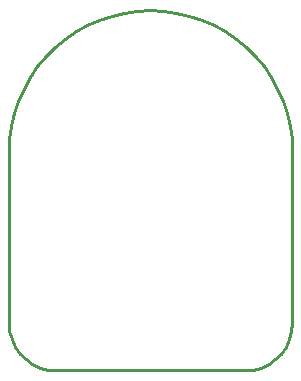
<source format=gm1>
%FSTAX25Y25*%
%MOIN*%
%SFA1B1*%

%IPPOS*%
%ADD14C,0.010000*%
%LNdigit-1*%
%LPD*%
G54D14*
X0001968Y0070866D02*
X000217Y0075225D01*
X0002773Y0079547*
X0003772Y0083795*
X0005159Y0087932*
X0006921Y0091925*
X0009045Y0095737*
X0011511Y0099337*
X0014299Y0102694*
X0017384Y010578*
X0020742Y0108568*
X0024342Y0111034*
X0028154Y0113157*
X0032146Y011492*
X0036284Y0116306*
X0040531Y0117306*
X0044853Y0117909*
X0049213Y011811*
X0053572Y0117909*
X0057894Y0117306*
X0062142Y0116306*
X0066279Y011492*
X0070271Y0113157*
X0074083Y0111034*
X0077684Y0108568*
X0081041Y010578*
X0084126Y0102694*
X0086914Y0099337*
X008938Y0095737*
X0091504Y0091925*
X0093266Y0087932*
X0094653Y0083795*
X0095652Y0079547*
X0096255Y0075225*
X0096457Y0070866*
Y0013779D02*
Y0070866D01*
X0096217Y0011045D02*
X0096457Y0013779D01*
X0095507Y0008393D02*
X0096217Y0011045D01*
X0094347Y0005905D02*
X0095507Y0008393D01*
X0092772Y0003657D02*
X0094347Y0005905D01*
X0090831Y0001716D02*
X0092772Y0003657D01*
X0088583Y0000141D02*
X0090831Y0001716D01*
X0086095Y-0001019D02*
X0088583Y0000141D01*
X0083443Y-0001729D02*
X0086095Y-0001019D01*
X0080709Y-0001969D02*
X0083443Y-0001729D01*
X0017716Y-0001969D02*
X0080709D01*
X0014982Y-0001729D02*
X0017716Y-0001969D01*
X001233Y-0001019D02*
X0014982Y-0001729D01*
X0009842Y0000141D02*
X001233Y-0001019D01*
X0007594Y0001716D02*
X0009842Y0000141D01*
X0005653Y0003657D02*
X0007594Y0001716D01*
X0004078Y0005905D02*
X0005653Y0003657D01*
X0002918Y0008393D02*
X0004078Y0005905D01*
X0002208Y0011045D02*
X0002918Y0008393D01*
X0001968Y0013779D02*
X0002208Y0011045D01*
X0001968Y0013779D02*
Y0070866D01*
M02*
</source>
